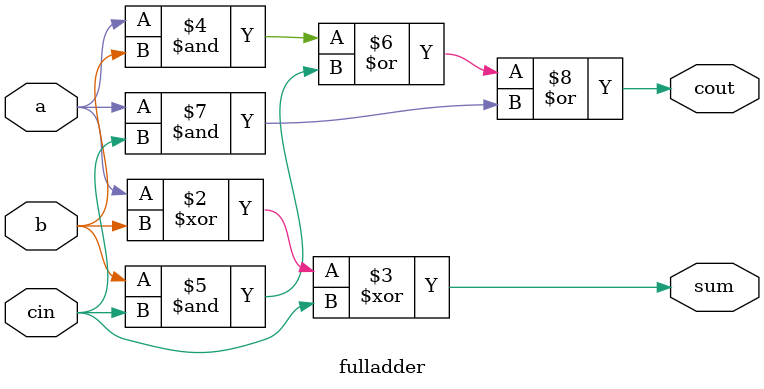
<source format=sv>
module fulladder (
    input logic a, b, cin,
    output logic sum, cout
);

    always_comb begin
        sum = a ^ b ^ cin;
        cout = (a & b) | (b & cin) | (a & cin);
    end
endmodule

</source>
